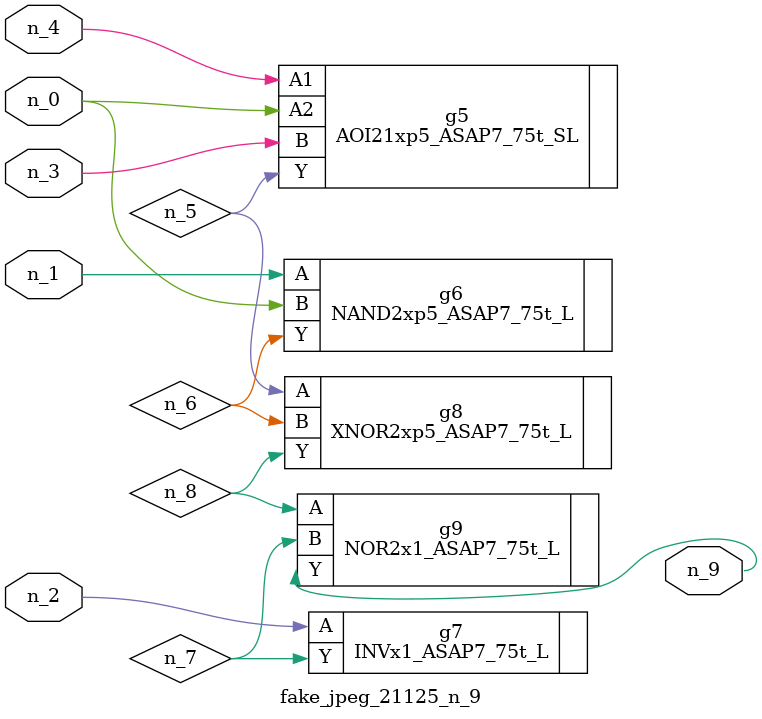
<source format=v>
module fake_jpeg_21125_n_9 (n_3, n_2, n_1, n_0, n_4, n_9);

input n_3;
input n_2;
input n_1;
input n_0;
input n_4;

output n_9;

wire n_8;
wire n_6;
wire n_5;
wire n_7;

AOI21xp5_ASAP7_75t_SL g5 ( 
.A1(n_4),
.A2(n_0),
.B(n_3),
.Y(n_5)
);

NAND2xp5_ASAP7_75t_L g6 ( 
.A(n_1),
.B(n_0),
.Y(n_6)
);

INVx1_ASAP7_75t_L g7 ( 
.A(n_2),
.Y(n_7)
);

XNOR2xp5_ASAP7_75t_L g8 ( 
.A(n_5),
.B(n_6),
.Y(n_8)
);

NOR2x1_ASAP7_75t_L g9 ( 
.A(n_8),
.B(n_7),
.Y(n_9)
);


endmodule
</source>
